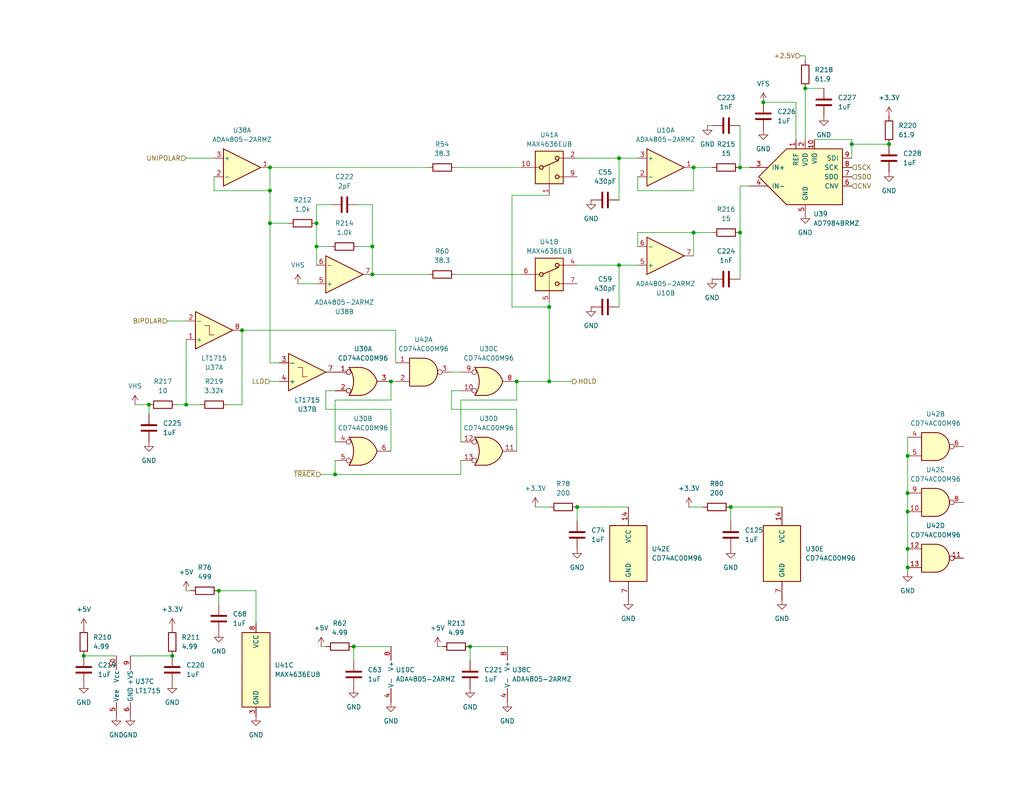
<source format=kicad_sch>
(kicad_sch (version 20250114) (generator "eeschema") (generator_version "9.0")
  (paper "USLetter")
  (title_block (title "QuERI MPU") (date "2024-07-10") (rev "Draft") (company "Noqsi Aerospace Ltd") (comment 1 "15 Blanchard Avenue, Billerica MA 01821") (comment 2 "jpd@noqsi.com"))
  (lib_symbols
    (symbol "QuERI:74AC00" (pin_names (offset 1.016))
      (property "Reference" "U" (at 0 1.27 0))
      (property "Value" "CD74AC00M96" (at 0 -1.27 0))
      (symbol "74AC00_1_1"
        (pin input line (at -7.62 2.54 0) (length 3.81) (name "~") (number "1"))
        (pin input line (at -7.62 -2.54 0) (length 3.81) (name "~") (number "2"))
        (pin output inverted (at 7.62 0 180) (length 3.81) (name "~") (number "3"))
      )
      (symbol "74AC00_1_2"
        (pin input inverted (at -7.62 2.54 0) (length 4.318) (name "~") (number "1"))
        (pin input inverted (at -7.62 -2.54 0) (length 4.318) (name "~") (number "2"))
        (pin output line (at 7.62 0 180) (length 3.81) (name "~") (number "3"))
      )
      (symbol "74AC00_2_1"
        (pin input line (at -7.62 2.54 0) (length 3.81) (name "~") (number "4"))
        (pin input line (at -7.62 -2.54 0) (length 3.81) (name "~") (number "5"))
        (pin output inverted (at 7.62 0 180) (length 3.81) (name "~") (number "6"))
      )
      (symbol "74AC00_2_2"
        (pin input inverted (at -7.62 2.54 0) (length 4.318) (name "~") (number "4"))
        (pin input inverted (at -7.62 -2.54 0) (length 4.318) (name "~") (number "5"))
        (pin output line (at 7.62 0 180) (length 3.81) (name "~") (number "6"))
      )
      (symbol "74AC00_3_1"
        (pin input line (at -7.62 2.54 0) (length 3.81) (name "~") (number "9"))
        (pin input line (at -7.62 -2.54 0) (length 3.81) (name "~") (number "10"))
        (pin output inverted (at 7.62 0 180) (length 3.81) (name "~") (number "8"))
      )
      (symbol "74AC00_3_2"
        (pin input inverted (at -7.62 2.54 0) (length 4.318) (name "~") (number "9"))
        (pin input inverted (at -7.62 -2.54 0) (length 4.318) (name "~") (number "10"))
        (pin output line (at 7.62 0 180) (length 3.81) (name "~") (number "8"))
      )
      (symbol "74AC00_4_1"
        (pin input line (at -7.62 2.54 0) (length 3.81) (name "~") (number "12"))
        (pin input line (at -7.62 -2.54 0) (length 3.81) (name "~") (number "13"))
        (pin output inverted (at 7.62 0 180) (length 3.81) (name "~") (number "11"))
      )
      (symbol "74AC00_4_2"
        (pin input inverted (at -7.62 2.54 0) (length 4.318) (name "~") (number "12"))
        (pin input inverted (at -7.62 -2.54 0) (length 4.318) (name "~") (number "13"))
        (pin output line (at 7.62 0 180) (length 3.81) (name "~") (number "11"))
      )
      (symbol "74AC00_5_0"
        (pin power_in line (at 0 12.7 270) (length 5.08) (name "VCC") (number "14"))
        (pin power_in line (at 0 -12.7 90) (length 5.08) (name "GND") (number "7"))
      )
    )
    (symbol "QuERI:MAX4636EUB"
      (property "Reference" "U" (at -5.08 8.89 0))
      (property "Value" "MAX4636EUB" (at -5.08 6.985 0))
      (symbol "MAX4636EUB_1_1"
        (pin passive line (at -7.62 0 0) (length 2.54) (name "~") (number "10"))
        (pin input line (at 0 -7.62 90) (length 2.54) (name "~") (number "1"))
        (pin passive line (at 7.62 2.54 180) (length 2.54) (name "~") (number "2"))
        (pin passive line (at 7.62 -2.54 180) (length 2.54) (name "~") (number "9"))
      )
      (symbol "MAX4636EUB_2_1"
        (pin passive line (at -7.62 0 0) (length 2.54) (name "~") (number "6"))
        (pin input line (at 0 -7.62 90) (length 2.54) (name "~") (number "5"))
        (pin passive line (at 7.62 2.54 180) (length 2.54) (name "~") (number "4"))
        (pin passive line (at 7.62 -2.54 180) (length 2.54) (name "~") (number "7"))
      )
      (symbol "MAX4636EUB_3_1"
        (pin power_in line (at 0 12.7 270) (length 2.54) (name "VCC") (number "8"))
        (pin power_in line (at 0 -12.7 90) (length 2.54) (name "GND") (number "3"))
      )
    )
    (symbol "QuERI_symbols:+2.5F" (power) (pin_names (offset 0))
      (property "Value" "+2.5F" (at 0 3.556 0))
      (symbol "+2.5F_1_1"
        (pin power_in line (at 0 0 90) (length 0) (hide yes) (name "+2.5F") (number "1"))
      )
    )
    (symbol "QuERI_symbols:AD7984BRMZ" (pin_names (offset 1.016))
      (property "Reference" "U" (at 5.08 8.89 0))
      (property "Value" "AD7984BRMZ" (at 7.62 -8.89 0))
      (symbol "AD7984BRMZ_1_1"
        (pin input line (at -15.24 2.54 0) (length 5.08) (name "IN+") (number "3"))
        (pin input line (at -15.24 -2.54 0) (length 5.08) (name "IN-") (number "4"))
        (pin input line (at -2.54 10.16 270) (length 2.54) (name "REF") (number "1"))
        (pin power_in line (at 0 10.16 270) (length 2.54) (name "VDD") (number "2"))
        (pin power_in line (at 0 -10.16 90) (length 2.54) (name "GND") (number "5"))
        (pin power_in line (at 2.54 10.16 270) (length 2.54) (name "VIO") (number "10"))
        (pin input line (at 12.7 5.08 180) (length 2.54) (name "SDI") (number "9"))
        (pin input line (at 12.7 2.54 180) (length 2.54) (name "SCK") (number "8"))
        (pin output line (at 12.7 0 180) (length 2.54) (name "SDO") (number "7"))
        (pin input line (at 12.7 -2.54 180) (length 2.54) (name "CNV") (number "6"))
      )
    )
    (symbol "QuERI_symbols:ADA4805-2ARMZ" (pin_names (offset 0.127))
      (property "Reference" "U" (at 0 5.08 0))
      (property "Value" "ADA4805-2ARMZ" (at 0 -5.08 0))
      (symbol "ADA4805-2ARMZ_1_1"
        (pin input line (at -7.62 2.54 0) (length 2.54) (name "+") (number "3"))
        (pin input line (at -7.62 -2.54 0) (length 2.54) (name "-") (number "2"))
        (pin output line (at 7.62 0 180) (length 2.54) (name "~") (number "1"))
      )
      (symbol "ADA4805-2ARMZ_2_1"
        (pin input line (at -7.62 2.54 0) (length 2.54) (name "+") (number "5"))
        (pin input line (at -7.62 -2.54 0) (length 2.54) (name "-") (number "6"))
        (pin output line (at 7.62 0 180) (length 2.54) (name "~") (number "7"))
      )
      (symbol "ADA4805-2ARMZ_3_1"
        (pin power_in line (at -2.54 7.62 270) (length 3.81) (name "V+") (number "8"))
        (pin power_in line (at -2.54 -7.62 90) (length 3.81) (name "V-") (number "4"))
      )
    )
    (symbol "QuERI_symbols:C" (pin_numbers (hide yes)) (pin_names (offset 0.254))
      (property "Reference" "C" (at 0.635 2.54 0))
      (property "Value" "1uF" (at 0.635 -2.54 0))
      (symbol "C_1_1"
        (pin passive line (at 0 3.81 270) (length 2.794) (name "~") (number "1"))
        (pin passive line (at 0 -3.81 90) (length 2.794) (name "~") (number "2"))
      )
    )
    (symbol "QuERI_symbols:Csmall" (pin_numbers (hide yes)) (pin_names (offset 0.254))
      (property "Reference" "C" (at 0.635 2.54 0))
      (property "Value" "Csmall" (at 0.635 -2.54 0))
      (symbol "Csmall_1_1"
        (pin passive line (at 0 3.81 270) (length 2.794) (name "~") (number "1"))
        (pin passive line (at 0 -3.81 90) (length 2.794) (name "~") (number "2"))
      )
    )
    (symbol "QuERI_symbols:LT1715" (pin_names (offset 0.127))
      (property "Reference" "U" (at 3.81 3.81 0))
      (property "Value" "LT1715" (at 6.35 -3.81 0))
      (symbol "LT1715_1_1"
        (pin input line (at -7.62 2.54 0) (length 2.54) (name "+") (number "1"))
        (pin input line (at -7.62 -2.54 0) (length 2.54) (name "-") (number "2"))
        (pin output line (at 7.62 0 180) (length 2.54) (name "~") (number "8"))
      )
      (symbol "LT1715_2_1"
        (pin input line (at -7.62 2.54 0) (length 2.54) (name "+") (number "4"))
        (pin input line (at -7.62 -2.54 0) (length 2.54) (name "-") (number "3"))
        (pin output line (at 7.62 0 180) (length 2.54) (name "~") (number "7"))
      )
      (symbol "LT1715_3_1"
        (pin power_in line (at -2.54 8.89 270) (length 3.81) (name "Vcc") (number "10"))
        (pin power_in line (at -2.54 -7.62 90) (length 3.81) (name "Vee") (number "5"))
        (pin power_in line (at 1.27 8.89 270) (length 3.81) (name "+VS") (number "9"))
        (pin power_in line (at 1.27 -7.62 90) (length 3.81) (name "GND") (number "6"))
      )
    )
    (symbol "QuERI_symbols:Rlowp" (pin_numbers (hide yes)) (pin_names (offset 0))
      (property "Reference" "R" (at 2.032 0 90))
      (property "Value" "Rlowp" (at 0 0 90))
      (symbol "Rlowp_1_1"
        (pin passive line (at 0 3.81 270) (length 1.27) (name "~") (number "1"))
        (pin passive line (at 0 -3.81 90) (length 1.27) (name "~") (number "2"))
      )
    )
    (symbol "power:+3.3V" (power) (pin_numbers (hide yes)) (pin_names (offset 0) (hide yes))
      (property "Value" "+3.3V" (at 0 3.556 0))
      (symbol "+3.3V_1_1"
        (pin power_in line (at 0 0 90) (length 0) (name "~") (number "1"))
      )
    )
    (symbol "power:+5V" (power) (pin_numbers (hide yes)) (pin_names (offset 0) (hide yes))
      (property "Value" "+5V" (at 0 3.556 0))
      (symbol "+5V_1_1"
        (pin power_in line (at 0 0 90) (length 0) (name "~") (number "1"))
      )
    )
    (symbol "power:GND" (power) (pin_numbers (hide yes)) (pin_names (offset 0) (hide yes))
      (property "Value" "GND" (at 0 -3.81 0))
      (symbol "GND_1_1"
        (pin power_in line (at 0 0 270) (length 0) (name "~") (number "1"))
      )
    )
  )
  (junction (at 242.57 39.37))
  (junction (at 219.71 24.13))
  (junction (at 91.44 129.54))
  (junction (at 50.8 110.49))
  (junction (at 59.69 161.29))
  (junction (at 149.86 104.14))
  (junction (at 232.41 39.37))
  (junction (at 168.91 72.39))
  (junction (at 140.97 104.14))
  (junction (at 201.93 45.72))
  (junction (at 73.66 60.96))
  (junction (at 86.36 60.96))
  (junction (at 22.86 179.07))
  (junction (at 96.52 176.53))
  (junction (at 40.64 110.49))
  (junction (at 101.6 67.31))
  (junction (at 66.04 90.17))
  (junction (at 208.28 27.94))
  (junction (at 46.99 179.07))
  (junction (at 247.65 154.94))
  (junction (at 101.6 74.93))
  (junction (at 201.93 63.5))
  (junction (at 157.48 138.43))
  (junction (at 189.23 63.5))
  (junction (at 128.27 176.53))
  (junction (at 106.68 104.14))
  (junction (at 247.65 149.86))
  (junction (at 247.65 134.62))
  (junction (at 247.65 139.7))
  (junction (at 86.36 67.31))
  (junction (at 73.66 52.07))
  (junction (at 149.86 83.82))
  (junction (at 247.65 124.46))
  (junction (at 73.66 45.72))
  (junction (at 189.23 45.72))
  (junction (at 168.91 43.18))
  (junction (at 199.39 138.43))
  (wire (pts (xy 124.46 74.93) (xy 142.24 74.93)))
  (wire (pts (xy 106.68 104.14) (xy 107.95 104.14)))
  (wire (pts (xy 69.85 170.18) (xy 69.85 161.29)))
  (wire (pts (xy 157.48 138.43) (xy 171.45 138.43)))
  (wire (pts (xy 149.86 104.14) (xy 156.21 104.14)))
  (wire (pts (xy 88.9 111.76) (xy 88.9 106.68)))
  (wire (pts (xy 140.97 111.76) (xy 123.19 111.76)))
  (wire (pts (xy 73.66 45.72) (xy 116.84 45.72)))
  (wire (pts (xy 123.19 101.6) (xy 125.73 101.6)))
  (wire (pts (xy 149.86 53.34) (xy 139.7 53.34)))
  (wire (pts (xy 173.99 48.26) (xy 173.99 52.07)))
  (wire (pts (xy 90.17 67.31) (xy 86.36 67.31)))
  (wire (pts (xy 193.04 34.29) (xy 194.31 34.29)))
  (wire (pts (xy 101.6 55.88) (xy 97.79 55.88)))
  (wire (pts (xy 217.17 27.94) (xy 208.28 27.94)))
  (wire (pts (xy 58.42 52.07) (xy 73.66 52.07)))
  (wire (pts (xy 168.91 72.39) (xy 168.91 83.82)))
  (wire (pts (xy 123.19 106.68) (xy 125.73 106.68)))
  (wire (pts (xy 222.25 38.1) (xy 232.41 38.1)))
  (wire (pts (xy 125.73 129.54) (xy 91.44 129.54)))
  (wire (pts (xy 173.99 52.07) (xy 189.23 52.07)))
  (wire (pts (xy 247.65 154.94) (xy 247.65 156.21)))
  (wire (pts (xy 247.65 149.86) (xy 247.65 154.94)))
  (wire (pts (xy 106.68 123.19) (xy 106.68 111.76)))
  (wire (pts (xy 119.38 176.53) (xy 120.65 176.53)))
  (wire (pts (xy 168.91 72.39) (xy 173.99 72.39)))
  (wire (pts (xy 69.85 161.29) (xy 59.69 161.29)))
  (wire (pts (xy 140.97 109.22) (xy 125.73 109.22)))
  (wire (pts (xy 125.73 109.22) (xy 125.73 120.65)))
  (wire (pts (xy 96.52 176.53) (xy 96.52 180.34)))
  (wire (pts (xy 124.46 45.72) (xy 142.24 45.72)))
  (wire (pts (xy 66.04 90.17) (xy 107.95 90.17)))
  (wire (pts (xy 140.97 104.14) (xy 140.97 109.22)))
  (wire (pts (xy 73.66 60.96) (xy 78.74 60.96)))
  (wire (pts (xy 50.8 161.29) (xy 52.07 161.29)))
  (wire (pts (xy 201.93 34.29) (xy 201.93 45.72)))
  (wire (pts (xy 219.71 24.13) (xy 219.71 38.1)))
  (wire (pts (xy 107.95 90.17) (xy 107.95 99.06)))
  (wire (pts (xy 232.41 38.1) (xy 232.41 39.37)))
  (wire (pts (xy 48.26 110.49) (xy 50.8 110.49)))
  (wire (pts (xy 247.65 119.38) (xy 247.65 124.46)))
  (wire (pts (xy 140.97 123.19) (xy 140.97 111.76)))
  (wire (pts (xy 73.66 52.07) (xy 73.66 60.96)))
  (wire (pts (xy 62.23 110.49) (xy 66.04 110.49)))
  (wire (pts (xy 101.6 67.31) (xy 97.79 67.31)))
  (wire (pts (xy 45.72 87.63) (xy 50.8 87.63)))
  (wire (pts (xy 91.44 129.54) (xy 91.44 125.73)))
  (wire (pts (xy 219.71 16.51) (xy 219.71 15.24)))
  (wire (pts (xy 173.99 63.5) (xy 189.23 63.5)))
  (wire (pts (xy 217.17 38.1) (xy 217.17 27.94)))
  (wire (pts (xy 22.86 179.07) (xy 31.75 179.07)))
  (wire (pts (xy 157.48 138.43) (xy 157.48 142.24)))
  (wire (pts (xy 101.6 74.93) (xy 101.6 67.31)))
  (wire (pts (xy 189.23 63.5) (xy 194.31 63.5)))
  (wire (pts (xy 128.27 176.53) (xy 128.27 180.34)))
  (wire (pts (xy 101.6 74.93) (xy 116.84 74.93)))
  (wire (pts (xy 232.41 39.37) (xy 242.57 39.37)))
  (wire (pts (xy 123.19 111.76) (xy 123.19 106.68)))
  (wire (pts (xy 168.91 43.18) (xy 173.99 43.18)))
  (wire (pts (xy 73.66 99.06) (xy 76.2 99.06)))
  (wire (pts (xy 50.8 43.18) (xy 58.42 43.18)))
  (wire (pts (xy 157.48 43.18) (xy 168.91 43.18)))
  (wire (pts (xy 168.91 43.18) (xy 168.91 54.61)))
  (wire (pts (xy 73.66 99.06) (xy 73.66 60.96)))
  (wire (pts (xy 149.86 83.82) (xy 149.86 104.14)))
  (wire (pts (xy 101.6 55.88) (xy 101.6 67.31)))
  (wire (pts (xy 96.52 176.53) (xy 106.68 176.53)))
  (wire (pts (xy 91.44 109.22) (xy 91.44 120.65)))
  (wire (pts (xy 201.93 45.72) (xy 204.47 45.72)))
  (wire (pts (xy 106.68 104.14) (xy 106.68 109.22)))
  (wire (pts (xy 219.71 15.24) (xy 218.44 15.24)))
  (wire (pts (xy 106.68 111.76) (xy 88.9 111.76)))
  (wire (pts (xy 50.8 110.49) (xy 54.61 110.49)))
  (wire (pts (xy 40.64 110.49) (xy 40.64 113.03)))
  (wire (pts (xy 157.48 72.39) (xy 168.91 72.39)))
  (wire (pts (xy 128.27 176.53) (xy 138.43 176.53)))
  (wire (pts (xy 204.47 50.8) (xy 201.93 50.8)))
  (wire (pts (xy 66.04 110.49) (xy 66.04 90.17)))
  (wire (pts (xy 86.36 67.31) (xy 86.36 72.39)))
  (wire (pts (xy 149.86 82.55) (xy 149.86 83.82)))
  (wire (pts (xy 219.71 24.13) (xy 224.79 24.13)))
  (wire (pts (xy 87.63 176.53) (xy 88.9 176.53)))
  (wire (pts (xy 187.96 138.43) (xy 191.77 138.43)))
  (wire (pts (xy 232.41 39.37) (xy 232.41 43.18)))
  (wire (pts (xy 81.28 77.47) (xy 86.36 77.47)))
  (wire (pts (xy 86.36 60.96) (xy 86.36 67.31)))
  (wire (pts (xy 201.93 50.8) (xy 201.93 63.5)))
  (wire (pts (xy 50.8 92.71) (xy 50.8 110.49)))
  (wire (pts (xy 199.39 138.43) (xy 213.36 138.43)))
  (wire (pts (xy 73.66 104.14) (xy 76.2 104.14)))
  (wire (pts (xy 73.66 52.07) (xy 73.66 45.72)))
  (wire (pts (xy 201.93 63.5) (xy 201.93 76.2)))
  (wire (pts (xy 86.36 55.88) (xy 86.36 60.96)))
  (wire (pts (xy 90.17 55.88) (xy 86.36 55.88)))
  (wire (pts (xy 247.65 139.7) (xy 247.65 149.86)))
  (wire (pts (xy 247.65 134.62) (xy 247.65 139.7)))
  (wire (pts (xy 91.44 129.54) (xy 87.63 129.54)))
  (wire (pts (xy 189.23 45.72) (xy 194.31 45.72)))
  (wire (pts (xy 35.56 179.07) (xy 46.99 179.07)))
  (wire (pts (xy 189.23 52.07) (xy 189.23 45.72)))
  (wire (pts (xy 149.86 104.14) (xy 140.97 104.14)))
  (wire (pts (xy 106.68 109.22) (xy 91.44 109.22)))
  (wire (pts (xy 199.39 138.43) (xy 199.39 142.24)))
  (wire (pts (xy 59.69 161.29) (xy 59.69 165.1)))
  (wire (pts (xy 247.65 124.46) (xy 247.65 134.62)))
  (wire (pts (xy 88.9 106.68) (xy 91.44 106.68)))
  (wire (pts (xy 173.99 67.31) (xy 173.99 63.5)))
  (wire (pts (xy 139.7 83.82) (xy 149.86 83.82)))
  (wire (pts (xy 36.83 110.49) (xy 40.64 110.49)))
  (wire (pts (xy 125.73 125.73) (xy 125.73 129.54)))
  (wire (pts (xy 146.05 138.43) (xy 149.86 138.43)))
  (wire (pts (xy 139.7 53.34) (xy 139.7 83.82)))
  (wire (pts (xy 58.42 48.26) (xy 58.42 52.07)))
  (wire (pts (xy 189.23 63.5) (xy 189.23 69.85)))
  (hierarchical_label "CNV" (shape input) (at 232.41 50.8 0))
  (hierarchical_label "+2.5V" (shape input) (at 218.44 15.24 180))
  (hierarchical_label "LLD" (shape input) (at 73.66 104.14 180))
  (hierarchical_label "UNIPOLAR" (shape input) (at 50.8 43.18 180))
  (hierarchical_label "HOLD" (shape output) (at 156.21 104.14 0))
  (hierarchical_label "BIPOLAR" (shape input) (at 45.72 87.63 180))
  (hierarchical_label "SDO" (shape input) (at 232.41 48.26 0))
  (hierarchical_label "SCK" (shape input) (at 232.41 45.72 0))
  (hierarchical_label "~{TRACK}" (shape input) (at 87.63 129.54 180))
  (symbol (lib_id "QuERI_symbols:C") (at 96.52 184.15 0) (unit 1)
    (property "Reference" "C61" (at 100.33 182.88 0) (effects (justify left)))
    (property "Value" "1uF" (at 100.33 185.42 0) (effects (justify left)))
    (property "Footprint" "Capacitor_SMD:C_0805_2012Metric" (effects (hide yes)))
    (property "Description" "Unpolarized capacitor" (effects (hide yes)))
    (property "Spec" "16WVDC X7R" (effects (hide yes)))
    (instances (project "MPU" (path "" (reference "C63") (unit 1)) (path "" (reference "C61") (unit 1))))
  )
  (symbol (lib_id "power:GND") (at 106.68 191.77 0) (unit 1)
    (property "Reference" "#PWR0119" (effects (hide yes)))
    (property "Value" "GND" (at 106.68 196.85 0))
    (property "Description" "Power symbol creates a global label with name \"GND\" , ground" (effects (hide yes)))
    (instances (project "MPU" (path "" (reference "#PWR0122") (unit 1)) (path "" (reference "#PWR0119") (unit 1))))
  )
  (symbol (lib_id "power:GND") (at 31.75 195.58 0) (unit 1)
    (property "Reference" "#PWR0316" (effects (hide yes)))
    (property "Value" "GND" (at 31.75 200.66 0))
    (property "Description" "Power symbol creates a global label with name \"GND\" , ground" (effects (hide yes)))
  )
  (symbol (lib_id "QuERI:74AC00") (at 255.27 152.4 0) (unit 4)
    (property "Reference" "U41" (at 255.2617 143.51 0))
    (property "Value" "CD74AC00M96" (at 255.2617 146.05 0))
    (property "Footprint" "Package_SO:SOIC-14_3.9x8.7mm_P1.27mm" (effects (hide yes)))
    (property "Datasheet" "http://www.ti.com/lit/gpn/sn74hc00" (effects (hide yes)))
    (property "Description" "quad 2-input NAND gate" (effects (hide yes)))
    (instances (project "" (path "" (reference "U42") (unit 4)) (path "" (reference "U41") (unit 4))))
  )
  (symbol (lib_id "QuERI:74AC00") (at 213.36 151.13 0) (unit 5)
    (property "Reference" "U29" (at 219.71 149.8599 0) (effects (justify left)))
    (property "Value" "CD74AC00M96" (at 219.71 152.3999 0) (effects (justify left)))
    (property "Footprint" "Package_SO:SOIC-14_3.9x8.7mm_P1.27mm" (effects (hide yes)))
    (property "Datasheet" "http://www.ti.com/lit/gpn/sn74hc00" (effects (hide yes)))
    (property "Description" "quad 2-input NAND gate" (effects (hide yes)))
    (instances (project "" (path "" (reference "U30") (unit 5)) (path "" (reference "U29") (unit 5))))
  )
  (symbol (lib_id "QuERI_symbols:C") (at 224.79 27.94 0) (unit 1)
    (property "Reference" "C227" (at 228.6 26.67 0) (effects (justify left)))
    (property "Value" "1uF" (at 228.6 29.21 0) (effects (justify left)))
    (property "Footprint" "Capacitor_SMD:C_0805_2012Metric" (effects (hide yes)))
    (property "Description" "Unpolarized capacitor" (effects (hide yes)))
    (property "Spec" "16WVDC X7R" (effects (hide yes)))
  )
  (symbol (lib_id "QuERI_symbols:ADA4805-2ARMZ") (at 109.22 184.15 0) (unit 3)
    (property "Reference" "U9" (at 107.95 182.88 0) (effects (justify left)))
    (property "Value" "ADA4805-2ARMZ" (at 107.95 185.42 0) (effects (justify left)))
    (property "Footprint" "Package_SO:MSOP-8_3x3mm_P0.65mm" (effects (hide yes)))
    (property "Datasheet" "https://www.analog.com/media/en/technical-documentation/data-sheets/ADA4805-1_4805-2.pdf" (effects (hide yes)))
    (property "Description" "Dual Operational Amplifiers, DIP-8/SOIC-8/TSSOP-8/VSSOP-8" (effects (hide yes)))
    (instances (project "MPU" (path "" (reference "U10") (unit 3)) (path "" (reference "U9") (unit 3))))
  )
  (symbol (lib_id "power:GND") (at 171.45 163.83 0) (unit 1)
    (property "Reference" "#PWR0250" (effects (hide yes)))
    (property "Value" "GND" (at 171.45 168.91 0))
    (property "Description" "Power symbol creates a global label with name \"GND\" , ground" (effects (hide yes)))
    (instances (project "MPU" (path "" (reference "#PWR0251") (unit 1)) (path "" (reference "#PWR0250") (unit 1))))
  )
  (symbol (lib_id "QuERI_symbols:Csmall") (at 198.12 76.2 90) (unit 1)
    (property "Reference" "C224" (at 198.12 68.58 90))
    (property "Value" "1nF" (at 198.12 71.12 90))
    (property "Footprint" "Capacitor_SMD:C_0603_1608Metric" (effects (hide yes)))
    (property "Description" "Unpolarized capacitor" (effects (hide yes)))
    (property "Spec" "50WVDC C0G" (effects (hide yes)))
  )
  (symbol (lib_id "QuERI_symbols:ADA4805-2ARMZ") (at 93.98 74.93 0) (mirror x) (unit 2)
    (property "Reference" "U38" (at 93.98 85.09 0))
    (property "Value" "ADA4805-2ARMZ" (at 93.98 82.55 0))
    (property "Footprint" "Package_SO:MSOP-8_3x3mm_P0.65mm" (effects (hide yes)))
    (property "Datasheet" "https://www.analog.com/media/en/technical-documentation/data-sheets/ADA4805-1_4805-2.pdf" (effects (hide yes)))
    (property "Description" "Dual Operational Amplifiers, DIP-8/SOIC-8/TSSOP-8/VSSOP-8" (effects (hide yes)))
  )
  (symbol (lib_id "QuERI:74AC00") (at 99.06 104.14 0) (unit 1) (convert 2)
    (property "Reference" "U29" (at 99.0517 95.25 0))
    (property "Value" "CD74AC00M96" (at 99.0517 97.79 0))
    (property "Footprint" "Package_SO:SOIC-14_3.9x8.7mm_P1.27mm" (effects (hide yes)))
    (property "Datasheet" "http://www.ti.com/lit/gpn/sn74hc00" (effects (hide yes)))
    (property "Description" "quad 2-input NAND gate" (effects (hide yes)))
    (instances (project "" (path "" (reference "U30") (unit 1)) (path "" (reference "U29") (unit 1))))
  )
  (symbol (lib_id "QuERI:74AC00") (at 255.27 121.92 0) (unit 2)
    (property "Reference" "U41" (at 255.2617 113.03 0))
    (property "Value" "CD74AC00M96" (at 255.2617 115.57 0))
    (property "Footprint" "Package_SO:SOIC-14_3.9x8.7mm_P1.27mm" (effects (hide yes)))
    (property "Datasheet" "http://www.ti.com/lit/gpn/sn74hc00" (effects (hide yes)))
    (property "Description" "quad 2-input NAND gate" (effects (hide yes)))
    (instances (project "" (path "" (reference "U42") (unit 2)) (path "" (reference "U41") (unit 2))))
  )
  (symbol (lib_id "QuERI_symbols:C") (at 128.27 184.15 0) (unit 1)
    (property "Reference" "C221" (at 132.08 182.88 0) (effects (justify left)))
    (property "Value" "1uF" (at 132.08 185.42 0) (effects (justify left)))
    (property "Footprint" "Capacitor_SMD:C_0805_2012Metric" (effects (hide yes)))
    (property "Description" "Unpolarized capacitor" (effects (hide yes)))
    (property "Spec" "16WVDC X7R" (effects (hide yes)))
  )
  (symbol (lib_id "QuERI_symbols:C") (at 242.57 43.18 0) (unit 1)
    (property "Reference" "C228" (at 246.38 41.91 0) (effects (justify left)))
    (property "Value" "1uF" (at 246.38 44.45 0) (effects (justify left)))
    (property "Footprint" "Capacitor_SMD:C_0805_2012Metric" (effects (hide yes)))
    (property "Description" "Unpolarized capacitor" (effects (hide yes)))
    (property "Spec" "16WVDC X7R" (effects (hide yes)))
  )
  (symbol (lib_id "QuERI_symbols:Rlowp") (at 198.12 63.5 90) (unit 1)
    (property "Reference" "R216" (at 198.12 57.15 90))
    (property "Value" "15" (at 198.12 59.69 90))
    (property "Footprint" "Resistor_SMD:R_0603_1608Metric" (effects (hide yes)))
    (property "Description" "Resistor" (effects (hide yes)))
    (property "Spec" "1% 1/10W" (effects (hide yes)))
  )
  (symbol (lib_id "QuERI:MAX4636EUB") (at 149.86 45.72 0) (unit 1)
    (property "Reference" "U16" (at 149.86 36.83 0))
    (property "Value" "MAX4636EUB" (at 149.86 39.37 0))
    (property "Footprint" "Package_SO:MSOP-10_3x3mm_P0.5mm" (effects (hide yes)))
    (property "Datasheet" "https://www.analog.com/media/en/technical-documentation/data-sheets/MAX4635-MAX4636.pdf" (effects (hide yes)))
    (property "Description" "Dual SPDT Bidirectional Analog Switch, uMAX-10" (effects (hide yes)))
    (instances (project "" (path "" (reference "U41") (unit 1)) (path "" (reference "U16") (unit 1)) (path "" (reference "U10") (unit 1)) (path "" (reference "U16") (unit 1))))
  )
  (symbol (lib_id "QuERI:74AC00") (at 133.35 104.14 0) (unit 3) (convert 2)
    (property "Reference" "U29" (at 133.3417 95.25 0))
    (property "Value" "CD74AC00M96" (at 133.3417 97.79 0))
    (property "Footprint" "Package_SO:SOIC-14_3.9x8.7mm_P1.27mm" (effects (hide yes)))
    (property "Datasheet" "http://www.ti.com/lit/gpn/sn74hc00" (effects (hide yes)))
    (property "Description" "quad 2-input NAND gate" (effects (hide yes)))
    (instances (project "" (path "" (reference "U30") (unit 3)) (path "" (reference "U29") (unit 3))))
  )
  (symbol (lib_id "QuERI_symbols:C") (at 157.48 146.05 0) (unit 1)
    (property "Reference" "C70" (at 161.29 144.78 0) (effects (justify left)))
    (property "Value" "1uF" (at 161.29 147.32 0) (effects (justify left)))
    (property "Footprint" "Capacitor_SMD:C_0805_2012Metric" (effects (hide yes)))
    (property "Description" "Unpolarized capacitor" (effects (hide yes)))
    (property "Spec" "16WVDC X7R" (effects (hide yes)))
    (instances (project "MPU" (path "" (reference "C74") (unit 1)) (path "" (reference "C70") (unit 1))))
  )
  (symbol (lib_id "power:GND") (at 40.64 120.65 0) (unit 1)
    (property "Reference" "#PWR0327" (effects (hide yes)))
    (property "Value" "GND" (at 40.64 125.73 0))
    (property "Description" "Power symbol creates a global label with name \"GND\" , ground" (effects (hide yes)))
  )
  (symbol (lib_id "power:GND") (at 161.29 54.61 0) (unit 1)
    (property "Reference" "#PWR075" (effects (hide yes)))
    (property "Value" "GND" (at 161.29 59.69 0))
    (property "Description" "Power symbol creates a global label with name \"GND\" , ground" (effects (hide yes)))
    (instances (project "MPU" (path "" (reference "#PWR079") (unit 1)) (path "" (reference "#PWR075") (unit 1))))
  )
  (symbol (lib_id "QuERI:MAX4636EUB") (at 149.86 74.93 0) (unit 2)
    (property "Reference" "U16" (at 149.86 66.04 0))
    (property "Value" "MAX4636EUB" (at 149.86 68.58 0))
    (property "Footprint" "Package_SO:MSOP-10_3x3mm_P0.5mm" (effects (hide yes)))
    (property "Datasheet" "https://www.analog.com/media/en/technical-documentation/data-sheets/MAX4635-MAX4636.pdf" (effects (hide yes)))
    (property "Description" "Dual SPDT Bidirectional Analog Switch, uMAX-10" (effects (hide yes)))
    (instances (project "" (path "" (reference "U41") (unit 2)) (path "" (reference "U16") (unit 2)) (path "" (reference "U10") (unit 2)) (path "" (reference "U16") (unit 2))))
  )
  (symbol (lib_id "power:GND") (at 22.86 186.69 0) (unit 1)
    (property "Reference" "#PWR0315" (effects (hide yes)))
    (property "Value" "GND" (at 22.86 191.77 0))
    (property "Description" "Power symbol creates a global label with name \"GND\" , ground" (effects (hide yes)))
  )
  (symbol (lib_id "QuERI_symbols:ADA4805-2ARMZ") (at 140.97 184.15 0) (unit 3)
    (property "Reference" "U38" (at 139.7 182.88 0) (effects (justify left)))
    (property "Value" "ADA4805-2ARMZ" (at 139.7 185.42 0) (effects (justify left)))
    (property "Footprint" "Package_SO:MSOP-8_3x3mm_P0.65mm" (effects (hide yes)))
    (property "Datasheet" "https://www.analog.com/media/en/technical-documentation/data-sheets/ADA4805-1_4805-2.pdf" (effects (hide yes)))
    (property "Description" "Dual Operational Amplifiers, DIP-8/SOIC-8/TSSOP-8/VSSOP-8" (effects (hide yes)))
  )
  (symbol (lib_id "QuERI_symbols:Csmall") (at 93.98 55.88 90) (unit 1)
    (property "Reference" "C222" (at 93.98 48.26 90))
    (property "Value" "2pF" (at 93.98 50.8 90))
    (property "Footprint" "Capacitor_SMD:C_0603_1608Metric" (effects (hide yes)))
    (property "Description" "Unpolarized capacitor" (effects (hide yes)))
    (property "Spec" "50WVDC C0G" (effects (hide yes)))
  )
  (symbol (lib_id "power:+3.3V") (at 46.99 171.45 0) (unit 1)
    (property "Reference" "#PWR0318" (effects (hide yes)))
    (property "Value" "+3.3V" (at 46.99 166.37 0))
    (property "Description" "Power symbol creates a global label with name \"+3.3V\"" (effects (hide yes)))
  )
  (symbol (lib_id "power:GND") (at 242.57 46.99 0) (unit 1)
    (property "Reference" "#PWR0333" (effects (hide yes)))
    (property "Value" "GND" (at 242.57 52.07 0))
    (property "Description" "Power symbol creates a global label with name \"GND\" , ground" (effects (hide yes)))
  )
  (symbol (lib_id "QuERI_symbols:Rlowp") (at 55.88 161.29 90) (unit 1)
    (property "Reference" "R75" (at 55.88 154.94 90))
    (property "Value" "499" (at 55.88 157.48 90))
    (property "Footprint" "Resistor_SMD:R_0603_1608Metric" (effects (hide yes)))
    (property "Description" "Resistor" (effects (hide yes)))
    (property "Spec" "1% 1/10W" (effects (hide yes)))
    (instances (project "MPU" (path "" (reference "R76") (unit 1)) (path "" (reference "R75") (unit 1))))
  )
  (symbol (lib_id "QuERI_symbols:ADA4805-2ARMZ") (at 66.04 45.72 0) (unit 1)
    (property "Reference" "U38" (at 66.04 35.56 0))
    (property "Value" "ADA4805-2ARMZ" (at 66.04 38.1 0))
    (property "Footprint" "Package_SO:MSOP-8_3x3mm_P0.65mm" (effects (hide yes)))
    (property "Datasheet" "https://www.analog.com/media/en/technical-documentation/data-sheets/ADA4805-1_4805-2.pdf" (effects (hide yes)))
    (property "Description" "Dual Operational Amplifiers, DIP-8/SOIC-8/TSSOP-8/VSSOP-8" (effects (hide yes)))
  )
  (symbol (lib_id "QuERI_symbols:Rlowp") (at 124.46 176.53 90) (unit 1)
    (property "Reference" "R213" (at 124.46 170.18 90))
    (property "Value" "4.99" (at 124.46 172.72 90))
    (property "Footprint" "Resistor_SMD:R_0603_1608Metric" (effects (hide yes)))
    (property "Description" "Resistor" (effects (hide yes)))
    (property "Spec" "1% 1/10W" (effects (hide yes)))
  )
  (symbol (lib_id "QuERI_symbols:LT1715") (at 83.82 101.6 0) (mirror x) (unit 2)
    (property "Reference" "U31" (at 83.82 111.76 0))
    (property "Value" "LT1715" (at 83.82 109.22 0))
    (property "Footprint" "Package_SO:MSOP-10_3x3mm_P0.5mm" (effects (hide yes)))
    (property "Datasheet" "https://www.analog.com/media/en/technical-documentation/data-sheets/1715fa.pdf" (effects (hide yes)))
    (property "Description" "Fast Dual Comparator, MSOP-10" (effects (hide yes)))
    (instances (project "MPU" (path "" (reference "U37") (unit 2)) (path "" (reference "U31") (unit 2))))
  )
  (symbol (lib_id "power:GND") (at 213.36 163.83 0) (unit 1)
    (property "Reference" "#PWR0260" (effects (hide yes)))
    (property "Value" "GND" (at 213.36 168.91 0))
    (property "Description" "Power symbol creates a global label with name \"GND\" , ground" (effects (hide yes)))
    (instances (project "MPU" (path "" (reference "#PWR0261") (unit 1)) (path "" (reference "#PWR0260") (unit 1))))
  )
  (symbol (lib_id "power:+3.3V") (at 146.05 138.43 0) (unit 1)
    (property "Reference" "#PWR0254" (effects (hide yes)))
    (property "Value" "+3.3V" (at 146.05 133.35 0))
    (property "Description" "Power symbol creates a global label with name \"+3.3V\"" (effects (hide yes)))
    (instances (project "MPU" (path "" (reference "#PWR0255") (unit 1)) (path "" (reference "#PWR0254") (unit 1))))
  )
  (symbol (lib_id "power:+5V") (at 22.86 171.45 0) (unit 1)
    (property "Reference" "#PWR0314" (effects (hide yes)))
    (property "Value" "+5V" (at 22.86 166.37 0))
    (property "Description" "Power symbol creates a global label with name \"+5V\"" (effects (hide yes)))
  )
  (symbol (lib_id "power:GND") (at 157.48 149.86 0) (unit 1)
    (property "Reference" "#PWR0252" (effects (hide yes)))
    (property "Value" "GND" (at 157.48 154.94 0))
    (property "Description" "Power symbol creates a global label with name \"GND\" , ground" (effects (hide yes)))
    (instances (project "MPU" (path "" (reference "#PWR0253") (unit 1)) (path "" (reference "#PWR0252") (unit 1))))
  )
  (symbol (lib_id "power:GND") (at 161.29 83.82 0) (unit 1)
    (property "Reference" "#PWR083" (effects (hide yes)))
    (property "Value" "GND" (at 161.29 88.9 0))
    (property "Description" "Power symbol creates a global label with name \"GND\" , ground" (effects (hide yes)))
    (instances (project "MPU" (path "" (reference "#PWR084") (unit 1)) (path "" (reference "#PWR083") (unit 1))))
  )
  (symbol (lib_id "power:GND") (at 96.52 187.96 0) (unit 1)
    (property "Reference" "#PWR0118" (effects (hide yes)))
    (property "Value" "GND" (at 96.52 193.04 0))
    (property "Description" "Power symbol creates a global label with name \"GND\" , ground" (effects (hide yes)))
    (instances (project "MPU" (path "" (reference "#PWR0121") (unit 1)) (path "" (reference "#PWR0118") (unit 1))))
  )
  (symbol (lib_id "power:GND") (at 69.85 195.58 0) (unit 1)
    (property "Reference" "#PWR0123" (effects (hide yes)))
    (property "Value" "GND" (at 69.85 200.66 0))
    (property "Description" "Power symbol creates a global label with name \"GND\" , ground" (effects (hide yes)))
    (instances (project "MPU" (path "" (reference "#PWR0137") (unit 1)) (path "" (reference "#PWR0123") (unit 1))))
  )
  (symbol (lib_id "QuERI_symbols:C") (at 59.69 168.91 0) (unit 1)
    (property "Reference" "C67" (at 63.5 167.64 0) (effects (justify left)))
    (property "Value" "1uF" (at 63.5 170.18 0) (effects (justify left)))
    (property "Footprint" "Capacitor_SMD:C_0805_2012Metric" (effects (hide yes)))
    (property "Description" "Unpolarized capacitor" (effects (hide yes)))
    (property "Spec" "16WVDC X7R" (effects (hide yes)))
    (instances (project "MPU" (path "" (reference "C68") (unit 1)) (path "" (reference "C67") (unit 1))))
  )
  (symbol (lib_id "QuERI:MAX4636EUB") (at 69.85 182.88 0) (unit 3)
    (property "Reference" "U16" (at 74.93 181.6099 0) (effects (justify left)))
    (property "Value" "MAX4636EUB" (at 74.93 184.1499 0) (effects (justify left)))
    (property "Footprint" "Package_SO:MSOP-10_3x3mm_P0.5mm" (effects (hide yes)))
    (property "Datasheet" "https://www.analog.com/media/en/technical-documentation/data-sheets/MAX4635-MAX4636.pdf" (effects (hide yes)))
    (property "Description" "Dual SPDT Bidirectional Analog Switch, uMAX-10" (effects (hide yes)))
    (instances (project "" (path "" (reference "U41") (unit 3)) (path "" (reference "U16") (unit 3)) (path "" (reference "U10") (unit 3)) (path "" (reference "U16") (unit 3))))
  )
  (symbol (lib_id "QuERI_symbols:Rlowp") (at 198.12 45.72 90) (unit 1)
    (property "Reference" "R215" (at 198.12 39.37 90))
    (property "Value" "15" (at 198.12 41.91 90))
    (property "Footprint" "Resistor_SMD:R_0603_1608Metric" (effects (hide yes)))
    (property "Description" "Resistor" (effects (hide yes)))
    (property "Spec" "1% 1/10W" (effects (hide yes)))
  )
  (symbol (lib_id "power:GND") (at 208.28 35.56 0) (unit 1)
    (property "Reference" "#PWR0329" (effects (hide yes)))
    (property "Value" "GND" (at 208.28 40.64 0))
    (property "Description" "Power symbol creates a global label with name \"GND\" , ground" (effects (hide yes)))
  )
  (symbol (lib_id "QuERI_symbols:ADA4805-2ARMZ") (at 181.61 45.72 0) (unit 1)
    (property "Reference" "U9" (at 181.61 35.56 0))
    (property "Value" "ADA4805-2ARMZ" (at 181.61 38.1 0))
    (property "Footprint" "Package_SO:MSOP-8_3x3mm_P0.65mm" (effects (hide yes)))
    (property "Datasheet" "https://www.analog.com/media/en/technical-documentation/data-sheets/ADA4805-1_4805-2.pdf" (effects (hide yes)))
    (property "Description" "Dual Operational Amplifiers, DIP-8/SOIC-8/TSSOP-8/VSSOP-8" (effects (hide yes)))
    (instances (project "MPU" (path "" (reference "U10") (unit 1)) (path "" (reference "U9") (unit 1))))
  )
  (symbol (lib_id "power:GND") (at 194.31 76.2 0) (unit 1)
    (property "Reference" "#PWR0325" (effects (hide yes)))
    (property "Value" "GND" (at 194.31 81.28 0))
    (property "Description" "Power symbol creates a global label with name \"GND\" , ground" (effects (hide yes)))
  )
  (symbol (lib_id "power:GND") (at 247.65 156.21 0) (unit 1)
    (property "Reference" "#PWR085" (effects (hide yes)))
    (property "Value" "GND" (at 247.65 161.29 0))
    (property "Description" "Power symbol creates a global label with name \"GND\" , ground" (effects (hide yes)))
    (instances (project "MPU" (path "" (reference "#PWR086") (unit 1)) (path "" (reference "#PWR085") (unit 1))))
  )
  (symbol (lib_id "power:+3.3V") (at 242.57 31.75 0) (unit 1)
    (property "Reference" "#PWR0332" (effects (hide yes)))
    (property "Value" "+3.3V" (at 242.57 26.67 0))
    (property "Description" "Power symbol creates a global label with name \"+3.3V\"" (effects (hide yes)))
  )
  (symbol (lib_id "QuERI:74AC00") (at 115.57 101.6 0) (unit 1)
    (property "Reference" "U41" (at 115.5617 92.71 0))
    (property "Value" "CD74AC00M96" (at 115.5617 95.25 0))
    (property "Footprint" "Package_SO:SOIC-14_3.9x8.7mm_P1.27mm" (effects (hide yes)))
    (property "Datasheet" "http://www.ti.com/lit/gpn/sn74hc00" (effects (hide yes)))
    (property "Description" "quad 2-input NAND gate" (effects (hide yes)))
    (instances (project "" (path "" (reference "U42") (unit 1)) (path "" (reference "U41") (unit 1))))
  )
  (symbol (lib_id "QuERI:74AC00") (at 171.45 151.13 0) (unit 5)
    (property "Reference" "U41" (at 177.8 149.8599 0) (effects (justify left)))
    (property "Value" "CD74AC00M96" (at 177.8 152.3999 0) (effects (justify left)))
    (property "Footprint" "Package_SO:SOIC-14_3.9x8.7mm_P1.27mm" (effects (hide yes)))
    (property "Datasheet" "http://www.ti.com/lit/gpn/sn74hc00" (effects (hide yes)))
    (property "Description" "quad 2-input NAND gate" (effects (hide yes)))
    (instances (project "" (path "" (reference "U42") (unit 5)) (path "" (reference "U41") (unit 5))))
  )
  (symbol (lib_id "power:GND") (at 193.04 34.29 0) (unit 1)
    (property "Reference" "#PWR0324" (effects (hide yes)))
    (property "Value" "GND" (at 193.04 39.37 0))
    (property "Description" "Power symbol creates a global label with name \"GND\" , ground" (effects (hide yes)))
  )
  (symbol (lib_id "QuERI_symbols:Rlowp") (at 219.71 20.32 0) (unit 1)
    (property "Reference" "R218" (at 222.25 19.05 0) (effects (justify left)))
    (property "Value" "61.9" (at 222.25 21.59 0) (effects (justify left)))
    (property "Footprint" "Resistor_SMD:R_0603_1608Metric" (effects (hide yes)))
    (property "Description" "Resistor" (effects (hide yes)))
    (property "Spec" "1% 1/10W" (effects (hide yes)))
  )
  (symbol (lib_id "QuERI_symbols:Rlowp") (at 44.45 110.49 90) (unit 1)
    (property "Reference" "R217" (at 44.45 104.14 90))
    (property "Value" "10" (at 44.45 106.68 90))
    (property "Footprint" "Resistor_SMD:R_0603_1608Metric" (effects (hide yes)))
    (property "Description" "Resistor" (effects (hide yes)))
    (property "Spec" "1% 1/10W" (effects (hide yes)))
  )
  (symbol (lib_id "QuERI_symbols:+2.5F") (at 81.28 77.47 0) (unit 1)
    (property "Reference" "#PWR0321" (effects (hide yes)))
    (property "Value" "VHS" (at 81.28 72.39 0))
    (property "Description" "Power symbol creates a global label with name \"+2.5F\"" (effects (hide yes)))
  )
  (symbol (lib_id "QuERI:74AC00") (at 133.35 123.19 0) (unit 4) (convert 2)
    (property "Reference" "U29" (at 133.3417 114.3 0))
    (property "Value" "CD74AC00M96" (at 133.3417 116.84 0))
    (property "Footprint" "Package_SO:SOIC-14_3.9x8.7mm_P1.27mm" (effects (hide yes)))
    (property "Datasheet" "http://www.ti.com/lit/gpn/sn74hc00" (effects (hide yes)))
    (property "Description" "quad 2-input NAND gate" (effects (hide yes)))
    (instances (project "" (path "" (reference "U30") (unit 4)) (path "" (reference "U29") (unit 4))))
  )
  (symbol (lib_id "QuERI_symbols:ADA4805-2ARMZ") (at 181.61 69.85 0) (mirror x) (unit 2)
    (property "Reference" "U9" (at 181.61 80.01 0))
    (property "Value" "ADA4805-2ARMZ" (at 181.61 77.47 0))
    (property "Footprint" "Package_SO:MSOP-8_3x3mm_P0.65mm" (effects (hide yes)))
    (property "Datasheet" "https://www.analog.com/media/en/technical-documentation/data-sheets/ADA4805-1_4805-2.pdf" (effects (hide yes)))
    (property "Description" "Dual Operational Amplifiers, DIP-8/SOIC-8/TSSOP-8/VSSOP-8" (effects (hide yes)))
    (instances (project "MPU" (path "" (reference "U10") (unit 2)) (path "" (reference "U9") (unit 2))))
  )
  (symbol (lib_id "QuERI_symbols:C") (at 46.99 182.88 0) (unit 1)
    (property "Reference" "C220" (at 50.8 181.61 0) (effects (justify left)))
    (property "Value" "1uF" (at 50.8 184.15 0) (effects (justify left)))
    (property "Footprint" "Capacitor_SMD:C_0805_2012Metric" (effects (hide yes)))
    (property "Description" "Unpolarized capacitor" (effects (hide yes)))
    (property "Spec" "16WVDC X7R" (effects (hide yes)))
  )
  (symbol (lib_id "QuERI_symbols:Rlowp") (at 153.67 138.43 90) (unit 1)
    (property "Reference" "R77" (at 153.67 132.08 90))
    (property "Value" "200" (at 153.67 134.62 90))
    (property "Footprint" "Resistor_SMD:R_0603_1608Metric" (effects (hide yes)))
    (property "Description" "Resistor" (effects (hide yes)))
    (property "Spec" "1% 1/10W" (effects (hide yes)))
    (instances (project "MPU" (path "" (reference "R78") (unit 1)) (path "" (reference "R77") (unit 1))))
  )
  (symbol (lib_id "QuERI_symbols:C") (at 22.86 182.88 0) (unit 1)
    (property "Reference" "C219" (at 26.67 181.61 0) (effects (justify left)))
    (property "Value" "1uF" (at 26.67 184.15 0) (effects (justify left)))
    (property "Footprint" "Capacitor_SMD:C_0805_2012Metric" (effects (hide yes)))
    (property "Description" "Unpolarized capacitor" (effects (hide yes)))
    (property "Spec" "16WVDC X7R" (effects (hide yes)))
  )
  (symbol (lib_id "QuERI_symbols:LT1715") (at 58.42 90.17 0) (mirror x) (unit 1)
    (property "Reference" "U37" (at 58.42 100.33 0))
    (property "Value" "LT1715" (at 58.42 97.79 0))
    (property "Footprint" "Package_SO:MSOP-10_3x3mm_P0.5mm" (effects (hide yes)))
    (property "Datasheet" "https://www.analog.com/media/en/technical-documentation/data-sheets/1715fa.pdf" (effects (hide yes)))
    (property "Description" "Fast Dual Comparator, MSOP-10" (effects (hide yes)))
  )
  (symbol (lib_id "power:GND") (at 128.27 187.96 0) (unit 1)
    (property "Reference" "#PWR0322" (effects (hide yes)))
    (property "Value" "GND" (at 128.27 193.04 0))
    (property "Description" "Power symbol creates a global label with name \"GND\" , ground" (effects (hide yes)))
  )
  (symbol (lib_id "QuERI_symbols:Csmall") (at 165.1 54.61 90) (unit 1)
    (property "Reference" "C53" (at 165.1 46.99 90))
    (property "Value" "430pF" (at 165.1 49.53 90))
    (property "Footprint" "Capacitor_SMD:C_0603_1608Metric" (effects (hide yes)))
    (property "Description" "Unpolarized capacitor" (effects (hide yes)))
    (property "Spec" "50WVDC C0G" (effects (hide yes)))
    (instances (project "MPU" (path "" (reference "C55") (unit 1)) (path "" (reference "C53") (unit 1))))
  )
  (symbol (lib_id "QuERI_symbols:C") (at 208.28 31.75 0) (unit 1)
    (property "Reference" "C226" (at 212.09 30.48 0) (effects (justify left)))
    (property "Value" "1uF" (at 212.09 33.02 0) (effects (justify left)))
    (property "Footprint" "Capacitor_SMD:C_0805_2012Metric" (effects (hide yes)))
    (property "Description" "Unpolarized capacitor" (effects (hide yes)))
    (property "Spec" "16WVDC X7R" (effects (hide yes)))
  )
  (symbol (lib_id "QuERI_symbols:Rlowp") (at 195.58 138.43 90) (unit 1)
    (property "Reference" "R79" (at 195.58 132.08 90))
    (property "Value" "200" (at 195.58 134.62 90))
    (property "Footprint" "Resistor_SMD:R_0603_1608Metric" (effects (hide yes)))
    (property "Description" "Resistor" (effects (hide yes)))
    (property "Spec" "1% 1/10W" (effects (hide yes)))
    (instances (project "MPU" (path "" (reference "R80") (unit 1)) (path "" (reference "R79") (unit 1))))
  )
  (symbol (lib_id "QuERI_symbols:Rlowp") (at 92.71 176.53 90) (unit 1)
    (property "Reference" "R61" (at 92.71 170.18 90))
    (property "Value" "4.99" (at 92.71 172.72 90))
    (property "Footprint" "Resistor_SMD:R_0603_1608Metric" (effects (hide yes)))
    (property "Description" "Resistor" (effects (hide yes)))
    (property "Spec" "1% 1/10W" (effects (hide yes)))
    (instances (project "MPU" (path "" (reference "R62") (unit 1)) (path "" (reference "R61") (unit 1))))
  )
  (symbol (lib_id "power:GND") (at 59.69 172.72 0) (unit 1)
    (property "Reference" "#PWR0170" (effects (hide yes)))
    (property "Value" "GND" (at 59.69 177.8 0))
    (property "Description" "Power symbol creates a global label with name \"GND\" , ground" (effects (hide yes)))
    (instances (project "MPU" (path "" (reference "#PWR0249") (unit 1)) (path "" (reference "#PWR0170") (unit 1))))
  )
  (symbol (lib_id "power:+3.3V") (at 187.96 138.43 0) (unit 1)
    (property "Reference" "#PWR0256" (effects (hide yes)))
    (property "Value" "+3.3V" (at 187.96 133.35 0))
    (property "Description" "Power symbol creates a global label with name \"+3.3V\"" (effects (hide yes)))
    (instances (project "MPU" (path "" (reference "#PWR0258") (unit 1)) (path "" (reference "#PWR0256") (unit 1))))
  )
  (symbol (lib_id "power:GND") (at 224.79 31.75 0) (unit 1)
    (property "Reference" "#PWR0331" (effects (hide yes)))
    (property "Value" "GND" (at 224.79 36.83 0))
    (property "Description" "Power symbol creates a global label with name \"GND\" , ground" (effects (hide yes)))
  )
  (symbol (lib_id "QuERI_symbols:Csmall") (at 198.12 34.29 90) (unit 1)
    (property "Reference" "C223" (at 198.12 26.67 90))
    (property "Value" "1nF" (at 198.12 29.21 90))
    (property "Footprint" "Capacitor_SMD:C_0603_1608Metric" (effects (hide yes)))
    (property "Description" "Unpolarized capacitor" (effects (hide yes)))
    (property "Spec" "50WVDC C0G" (effects (hide yes)))
  )
  (symbol (lib_id "QuERI_symbols:C") (at 40.64 116.84 0) (unit 1)
    (property "Reference" "C225" (at 44.45 115.57 0) (effects (justify left)))
    (property "Value" "1uF" (at 44.45 118.11 0) (effects (justify left)))
    (property "Footprint" "Capacitor_SMD:C_0805_2012Metric" (effects (hide yes)))
    (property "Description" "Unpolarized capacitor" (effects (hide yes)))
    (property "Spec" "16WVDC X7R" (effects (hide yes)))
  )
  (symbol (lib_id "QuERI_symbols:Rlowp") (at 120.65 74.93 90) (unit 1)
    (property "Reference" "R58" (at 120.65 68.58 90))
    (property "Value" "38.3" (at 120.65 71.12 90))
    (property "Footprint" "Resistor_SMD:R_0603_1608Metric" (effects (hide yes)))
    (property "Description" "Resistor" (effects (hide yes)))
    (property "Spec" "1% 1/10W" (effects (hide yes)))
    (instances (project "MPU" (path "" (reference "R60") (unit 1)) (path "" (reference "R58") (unit 1))))
  )
  (symbol (lib_id "QuERI_symbols:Rlowp") (at 242.57 35.56 0) (unit 1)
    (property "Reference" "R220" (at 245.11 34.29 0) (effects (justify left)))
    (property "Value" "61.9" (at 245.11 36.83 0) (effects (justify left)))
    (property "Footprint" "Resistor_SMD:R_0603_1608Metric" (effects (hide yes)))
    (property "Description" "Resistor" (effects (hide yes)))
    (property "Spec" "1% 1/10W" (effects (hide yes)))
  )
  (symbol (lib_id "QuERI_symbols:+2.5F") (at 208.28 27.94 0) (unit 1)
    (property "Reference" "#PWR0328" (effects (hide yes)))
    (property "Value" "VFS" (at 208.28 22.86 0))
    (property "Description" "Power symbol creates a global label with name \"+2.5F\"" (effects (hide yes)))
  )
  (symbol (lib_id "QuERI_symbols:Rlowp") (at 22.86 175.26 0) (unit 1)
    (property "Reference" "R210" (at 25.4 173.99 0) (effects (justify left)))
    (property "Value" "4.99" (at 25.4 176.53 0) (effects (justify left)))
    (property "Footprint" "Resistor_SMD:R_0603_1608Metric" (effects (hide yes)))
    (property "Description" "Resistor" (effects (hide yes)))
    (property "Spec" "1% 1/10W" (effects (hide yes)))
  )
  (symbol (lib_id "QuERI_symbols:Rlowp") (at 82.55 60.96 90) (unit 1)
    (property "Reference" "R212" (at 82.55 54.61 90))
    (property "Value" "1.0k" (at 82.55 57.15 90))
    (property "Footprint" "Resistor_SMD:R_0603_1608Metric" (effects (hide yes)))
    (property "Description" "Resistor" (effects (hide yes)))
    (property "Spec" "1% 1/10W" (effects (hide yes)))
  )
  (symbol (lib_id "QuERI_symbols:Rlowp") (at 46.99 175.26 0) (unit 1)
    (property "Reference" "R211" (at 49.53 173.99 0) (effects (justify left)))
    (property "Value" "4.99" (at 49.53 176.53 0) (effects (justify left)))
    (property "Footprint" "Resistor_SMD:R_0603_1608Metric" (effects (hide yes)))
    (property "Description" "Resistor" (effects (hide yes)))
    (property "Spec" "1% 1/10W" (effects (hide yes)))
  )
  (symbol (lib_id "QuERI_symbols:AD7984BRMZ") (at 219.71 48.26 0) (unit 1)
    (property "Reference" "U39" (at 221.9041 58.42 0) (effects (justify left)))
    (property "Value" "AD7984BRMZ" (at 221.9041 60.96 0) (effects (justify left)))
    (property "Footprint" "Package_SO:MSOP-10_3x3mm_P0.5mm" (effects (hide yes)))
    (property "Datasheet" "https://www.analog.com/media/en/technical-documentation/data-sheets/AD7984.pdf" (effects (hide yes)))
    (property "Description" "18-Bit, 1.33 MSPS, Differential SAR ADC, MSOP-10" (effects (hide yes)))
  )
  (symbol (lib_id "power:GND") (at 199.39 149.86 0) (unit 1)
    (property "Reference" "#PWR0257" (effects (hide yes)))
    (property "Value" "GND" (at 199.39 154.94 0))
    (property "Description" "Power symbol creates a global label with name \"GND\" , ground" (effects (hide yes)))
    (instances (project "MPU" (path "" (reference "#PWR0259") (unit 1)) (path "" (reference "#PWR0257") (unit 1))))
  )
  (symbol (lib_id "power:GND") (at 138.43 191.77 0) (unit 1)
    (property "Reference" "#PWR0323" (effects (hide yes)))
    (property "Value" "GND" (at 138.43 196.85 0))
    (property "Description" "Power symbol creates a global label with name \"GND\" , ground" (effects (hide yes)))
  )
  (symbol (lib_id "power:+5V") (at 87.63 176.53 0) (unit 1)
    (property "Reference" "#PWR0117" (effects (hide yes)))
    (property "Value" "+5V" (at 87.63 171.45 0))
    (property "Description" "Power symbol creates a global label with name \"+5V\"" (effects (hide yes)))
    (instances (project "MPU" (path "" (reference "#PWR0120") (unit 1)) (path "" (reference "#PWR0117") (unit 1))))
  )
  (symbol (lib_id "QuERI_symbols:Rlowp") (at 93.98 67.31 90) (unit 1)
    (property "Reference" "R214" (at 93.98 60.96 90))
    (property "Value" "1.0k" (at 93.98 63.5 90))
    (property "Footprint" "Resistor_SMD:R_0603_1608Metric" (effects (hide yes)))
    (property "Description" "Resistor" (effects (hide yes)))
    (property "Spec" "1% 1/10W" (effects (hide yes)))
  )
  (symbol (lib_id "QuERI_symbols:Rlowp") (at 120.65 45.72 90) (unit 1)
    (property "Reference" "R50" (at 120.65 39.37 90))
    (property "Value" "38.3" (at 120.65 41.91 90))
    (property "Footprint" "Resistor_SMD:R_0603_1608Metric" (effects (hide yes)))
    (property "Description" "Resistor" (effects (hide yes)))
    (property "Spec" "1% 1/10W" (effects (hide yes)))
    (instances (project "MPU" (path "" (reference "R54") (unit 1)) (path "" (reference "R50") (unit 1))))
  )
  (symbol (lib_id "QuERI_symbols:C") (at 199.39 146.05 0) (unit 1)
    (property "Reference" "C76" (at 203.2 144.78 0) (effects (justify left)))
    (property "Value" "1uF" (at 203.2 147.32 0) (effects (justify left)))
    (property "Footprint" "Capacitor_SMD:C_0805_2012Metric" (effects (hide yes)))
    (property "Description" "Unpolarized capacitor" (effects (hide yes)))
    (property "Spec" "16WVDC X7R" (effects (hide yes)))
    (instances (project "MPU" (path "" (reference "C125") (unit 1)) (path "" (reference "C76") (unit 1))))
  )
  (symbol (lib_id "power:GND") (at 46.99 186.69 0) (unit 1)
    (property "Reference" "#PWR0319" (effects (hide yes)))
    (property "Value" "GND" (at 46.99 191.77 0))
    (property "Description" "Power symbol creates a global label with name \"GND\" , ground" (effects (hide yes)))
  )
  (symbol (lib_id "power:GND") (at 219.71 58.42 0) (unit 1)
    (property "Reference" "#PWR0330" (effects (hide yes)))
    (property "Value" "GND" (at 219.71 63.5 0))
    (property "Description" "Power symbol creates a global label with name \"GND\" , ground" (effects (hide yes)))
  )
  (symbol (lib_id "QuERI_symbols:+2.5F") (at 36.83 110.49 0) (unit 1)
    (property "Reference" "#PWR0326" (effects (hide yes)))
    (property "Value" "VHS" (at 36.83 105.41 0))
    (property "Description" "Power symbol creates a global label with name \"+2.5F\"" (effects (hide yes)))
  )
  (symbol (lib_id "QuERI:74AC00") (at 255.27 137.16 0) (unit 3)
    (property "Reference" "U41" (at 255.2617 128.27 0))
    (property "Value" "CD74AC00M96" (at 255.2617 130.81 0))
    (property "Footprint" "Package_SO:SOIC-14_3.9x8.7mm_P1.27mm" (effects (hide yes)))
    (property "Datasheet" "http://www.ti.com/lit/gpn/sn74hc00" (effects (hide yes)))
    (property "Description" "quad 2-input NAND gate" (effects (hide yes)))
    (instances (project "" (path "" (reference "U42") (unit 3)) (path "" (reference "U41") (unit 3))))
  )
  (symbol (lib_id "power:+5V") (at 119.38 176.53 0) (unit 1)
    (property "Reference" "#PWR0320" (effects (hide yes)))
    (property "Value" "+5V" (at 119.38 171.45 0))
    (property "Description" "Power symbol creates a global label with name \"+5V\"" (effects (hide yes)))
  )
  (symbol (lib_id "QuERI_symbols:LT1715") (at 34.29 187.96 0) (unit 3)
    (property "Reference" "U37" (at 36.83 186.055 0) (effects (justify left)))
    (property "Value" "LT1715" (at 36.83 188.595 0) (effects (justify left)))
    (property "Footprint" "Package_SO:MSOP-10_3x3mm_P0.5mm" (effects (hide yes)))
    (property "Datasheet" "https://www.analog.com/media/en/technical-documentation/data-sheets/1715fa.pdf" (effects (hide yes)))
    (property "Description" "Fast Dual Comparator, MSOP-10" (effects (hide yes)))
  )
  (symbol (lib_id "QuERI_symbols:Rlowp") (at 58.42 110.49 90) (unit 1)
    (property "Reference" "R219" (at 58.42 104.14 90))
    (property "Value" "3.32k" (at 58.42 106.68 90))
    (property "Footprint" "Resistor_SMD:R_0603_1608Metric" (effects (hide yes)))
    (property "Description" "Resistor" (effects (hide yes)))
    (property "Spec" "1% 1/10W" (effects (hide yes)))
  )
  (symbol (lib_id "power:GND") (at 35.56 195.58 0) (unit 1)
    (property "Reference" "#PWR0317" (effects (hide yes)))
    (property "Value" "GND" (at 35.56 200.66 0))
    (property "Description" "Power symbol creates a global label with name \"GND\" , ground" (effects (hide yes)))
  )
  (symbol (lib_id "QuERI_symbols:Csmall") (at 165.1 83.82 90) (unit 1)
    (property "Reference" "C57" (at 165.1 76.2 90))
    (property "Value" "430pF" (at 165.1 78.74 90))
    (property "Footprint" "Capacitor_SMD:C_0603_1608Metric" (effects (hide yes)))
    (property "Description" "Unpolarized capacitor" (effects (hide yes)))
    (property "Spec" "50WVDC C0G" (effects (hide yes)))
    (instances (project "MPU" (path "" (reference "C59") (unit 1)) (path "" (reference "C57") (unit 1))))
  )
  (symbol (lib_id "QuERI:74AC00") (at 99.06 123.19 0) (unit 2) (convert 2)
    (property "Reference" "U29" (at 99.0517 114.3 0))
    (property "Value" "CD74AC00M96" (at 99.0517 116.84 0))
    (property "Footprint" "Package_SO:SOIC-14_3.9x8.7mm_P1.27mm" (effects (hide yes)))
    (property "Datasheet" "http://www.ti.com/lit/gpn/sn74hc00" (effects (hide yes)))
    (property "Description" "quad 2-input NAND gate" (effects (hide yes)))
    (instances (project "" (path "" (reference "U30") (unit 2)) (path "" (reference "U29") (unit 2))))
  )
  (symbol (lib_id "power:+5V") (at 50.8 161.29 0) (unit 1)
    (property "Reference" "#PWR0138" (effects (hide yes)))
    (property "Value" "+5V" (at 50.8 156.21 0))
    (property "Description" "Power symbol creates a global label with name \"+5V\"" (effects (hide yes)))
    (instances (project "MPU" (path "" (reference "#PWR0248") (unit 1)) (path "" (reference "#PWR0138") (unit 1))))
  )
)
</source>
